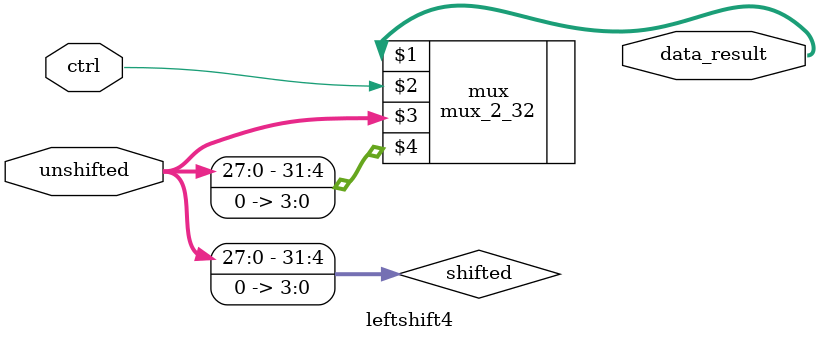
<source format=v>
module leftshift4(data_result, unshifted, ctrl);
    input [31:0] unshifted;
    
    input ctrl;

    output [31:0] data_result;

    wire [31:0] shifted;

    assign shifted[0] = 0;
    assign shifted[1] = 0;
    assign shifted[2] = 0;
    assign shifted[3] = 0;
    assign shifted[4] = unshifted[0];
    assign shifted[5] = unshifted[1];
    assign shifted[6] = unshifted[2];
    assign shifted[7] = unshifted[3];
    assign shifted[8] = unshifted[4];
    assign shifted[9] = unshifted[5];
    assign shifted[10] = unshifted[6];
    assign shifted[11] = unshifted[7];
    assign shifted[12] = unshifted[8];
    assign shifted[13] = unshifted[9];
    assign shifted[14] = unshifted[10];
    assign shifted[15] = unshifted[11];
    assign shifted[16] = unshifted[12];
    assign shifted[17] = unshifted[13];
    assign shifted[18] = unshifted[14];
    assign shifted[19] = unshifted[15];
    assign shifted[20] = unshifted[16];
    assign shifted[21] = unshifted[17];
    assign shifted[22] = unshifted[18];
    assign shifted[23] = unshifted[19];
    assign shifted[24] = unshifted[20];
    assign shifted[25] = unshifted[21];
    assign shifted[26] = unshifted[22];
    assign shifted[27] = unshifted[23];
    assign shifted[28] = unshifted[24];
    assign shifted[29] = unshifted[25];
    assign shifted[30] = unshifted[26];
    assign shifted[31] = unshifted[27];

    mux_2_32 mux(data_result, ctrl, unshifted, shifted);

endmodule
</source>
